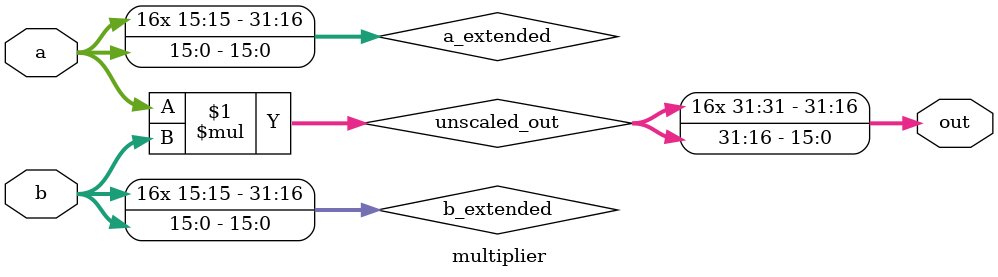
<source format=sv>
module multiplier #(
  parameter int A_WIDTH = 16,
  parameter int B_WIDTH = 16,
  parameter int OUT_WIDTH = A_WIDTH + B_WIDTH,
  parameter int OUT_SCALE = 16
  )
  (
  input logic signed [A_WIDTH-1:0] a,
  input logic signed [B_WIDTH-1:0] b,
  output logic signed [OUT_WIDTH-1:0] out);

  localparam INTERMEDIATE_WIDTH = A_WIDTH + B_WIDTH;

  logic signed [INTERMEDIATE_WIDTH-1:0] a_extended;
  assign a_extended = a;
  logic signed [INTERMEDIATE_WIDTH-1:0] b_extended;
  assign b_extended = b;
  logic signed [INTERMEDIATE_WIDTH-1:0] unscaled_out;
  assign unscaled_out = a*b;

  assign out = unscaled_out >>> OUT_SCALE;

endmodule

</source>
